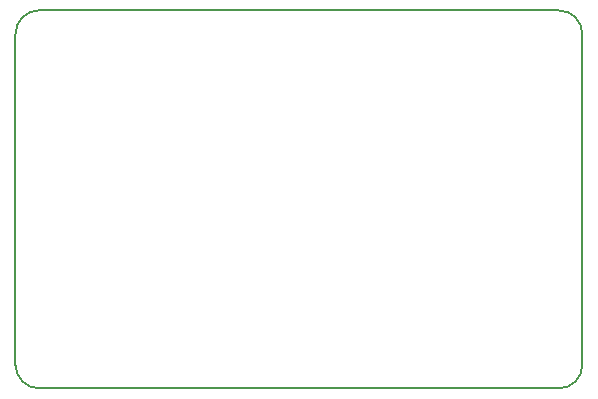
<source format=gbr>
%TF.GenerationSoftware,KiCad,Pcbnew,9.0.1-9.0.1-0~ubuntu22.04.1*%
%TF.CreationDate,2025-04-14T00:42:50-04:00*%
%TF.ProjectId,FlatSat,466c6174-5361-4742-9e6b-696361645f70,rev?*%
%TF.SameCoordinates,Original*%
%TF.FileFunction,Profile,NP*%
%FSLAX46Y46*%
G04 Gerber Fmt 4.6, Leading zero omitted, Abs format (unit mm)*
G04 Created by KiCad (PCBNEW 9.0.1-9.0.1-0~ubuntu22.04.1) date 2025-04-14 00:42:50*
%MOMM*%
%LPD*%
G01*
G04 APERTURE LIST*
%TA.AperFunction,Profile*%
%ADD10C,0.200000*%
%TD*%
G04 APERTURE END LIST*
D10*
X-24000000Y14000000D02*
G75*
G02*
X-22000000Y16000000I1999999J1D01*
G01*
X24000000Y-14000000D02*
G75*
G02*
X22000000Y-16000000I-2000000J0D01*
G01*
X-22000000Y-16000000D02*
X22000000Y-16000000D01*
X22000000Y16000000D02*
X-22000000Y16000000D01*
X-22000000Y-16000000D02*
G75*
G02*
X-24000000Y-14000000I-1J1999999D01*
G01*
X-24000000Y14000000D02*
X-24000000Y-14000000D01*
X24000000Y-14000000D02*
X24000000Y14000000D01*
X22000000Y16000000D02*
G75*
G02*
X24000000Y14000000I0J-2000000D01*
G01*
M02*

</source>
